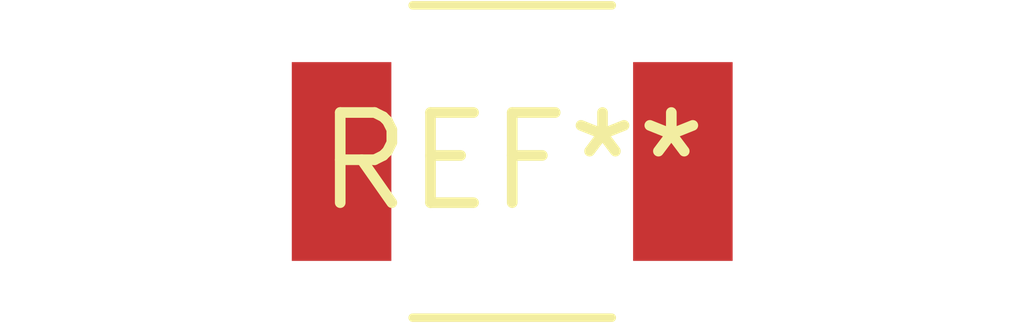
<source format=kicad_pcb>
(kicad_pcb (version 20240108) (generator pcbnew)
  (layers (0 "F.Cu" signal) (31 "B.Cu" signal) (34 "B.Paste" user) (35 "F.Paste" user) (36 "B.SilkS" user "B.Silkscreen") (37 "F.SilkS" user "F.Silkscreen") (38 "B.Mask" user) (39 "F.Mask" user) (44 "Edge.Cuts" user))
  (net 0 "")
  (footprint "L_Neosid_Ms50" (layer "F.Cu") (at 0 0)
    (property "Reference" "REF**")
    (property "Value" "L_Neosid_Ms50")
    (fp_line (start -1.4 2.2) (end 1.4 2.2) (layer "F.SilkS") (stroke (width 0.12)))
    (fp_line (start 1.4 -2.2) (end -1.4 -2.2) (layer "F.SilkS") (stroke (width 0.12)))
    (pad "1" smd rect (at -2.4 0) (size 1.4 2.8) (layers "F.Cu" "F.Paste" "F.Mask"))
    (pad "2" smd rect (at 2.4 0) (size 1.4 2.8) (layers "F.Cu" "F.Paste" "F.Mask"))
  )
)
</source>
